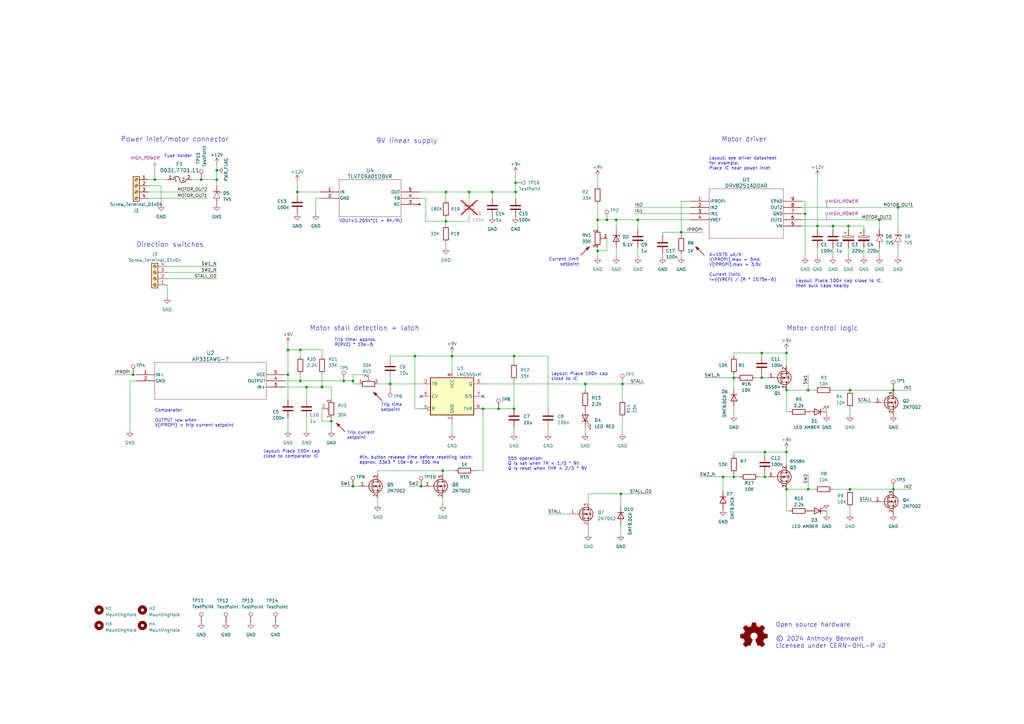
<source format=kicad_sch>
(kicad_sch (version 20230121) (generator eeschema)
  (paper "A3")
  (title_block (title "DC motor driver with stall detection") (date "2024-12-02") (rev "1"))
  (junction (at 88.9 69.85))
  (junction (at 170.18 146.05))
  (junction (at 132.08 158.75))
  (junction (at 54.61 153.67))
  (junction (at 211.455 78.74))
  (junction (at 88.9 73.66))
  (junction (at 182.88 78.74))
  (junction (at 63.5 73.66))
  (junction (at 118.11 153.67))
  (junction (at 240.03 157.48))
  (junction (at 331.47 200.66))
  (junction (at 366.395 160.02))
  (junction (at 300.99 154.94))
  (junction (at 211.455 74.93))
  (junction (at 118.11 143.51))
  (junction (at 181.61 193.04))
  (junction (at 322.58 185.42))
  (junction (at 341.63 92.71))
  (junction (at 198.12 167.64))
  (junction (at 182.88 90.805))
  (junction (at 252.73 90.17))
  (junction (at 248.92 90.17))
  (junction (at 368.3 85.09))
  (junction (at 121.92 78.74))
  (junction (at 335.28 92.71))
  (junction (at 185.42 146.05))
  (junction (at 210.82 167.64))
  (junction (at 296.545 195.58))
  (junction (at 312.42 154.94))
  (junction (at 123.19 156.21))
  (junction (at 82.55 73.66))
  (junction (at 245.11 102.87))
  (junction (at 279.4 95.25))
  (junction (at 160.02 157.48))
  (junction (at 135.89 172.72))
  (junction (at 330.2 87.63))
  (junction (at 144.78 156.21))
  (junction (at 360.68 90.17))
  (junction (at 245.11 90.17))
  (junction (at 331.47 160.02))
  (junction (at 201.93 78.74))
  (junction (at 322.58 144.78))
  (junction (at 322.58 200.66))
  (junction (at 313.69 185.42))
  (junction (at 366.395 200.66))
  (junction (at 204.47 167.64))
  (junction (at 125.73 158.75))
  (junction (at 347.98 92.71))
  (junction (at 348.615 160.02))
  (junction (at 348.615 200.66))
  (junction (at 261.62 90.17))
  (junction (at 312.42 144.78))
  (junction (at 313.69 195.58))
  (junction (at 210.82 146.05))
  (junction (at 255.27 157.48))
  (junction (at 123.19 143.51))
  (junction (at 322.58 160.02))
  (junction (at 172.72 199.39))
  (junction (at 254.635 202.565))
  (junction (at 300.99 195.58))
  (junction (at 140.97 156.21))
  (junction (at 144.78 199.39))
  (junction (at 192.405 78.74))
  (no_connect (at 198.12 162.56))
  (no_connect (at 172.72 162.56))
  (wire (pts (xy 360.68 90.17) (xy 360.68 93.98)))
  (wire (pts (xy 60.96 76.2) (xy 66.04 76.2)))
  (wire (pts (xy 211.455 81.28) (xy 211.455 78.74)))
  (wire (pts (xy 118.11 153.67) (xy 118.11 163.83)))
  (wire (pts (xy 322.58 144.78) (xy 322.58 149.86)))
  (wire (pts (xy 121.92 74.295) (xy 121.92 78.74)))
  (wire (pts (xy 63.5 73.66) (xy 68.58 73.66)))
  (wire (pts (xy 60.96 78.74) (xy 85.09 78.74)))
  (wire (pts (xy 300.99 144.78) (xy 300.99 146.05)))
  (wire (pts (xy 300.99 144.78) (xy 312.42 144.78)))
  (wire (pts (xy 271.78 95.25) (xy 279.4 95.25)))
  (wire (pts (xy 254.635 215.265) (xy 254.635 219.075)))
  (wire (pts (xy 245.11 102.87) (xy 245.11 105.41)))
  (wire (pts (xy 368.3 85.09) (xy 374.65 85.09)))
  (wire (pts (xy 182.88 81.915) (xy 182.88 78.74)))
  (wire (pts (xy 245.11 93.98) (xy 245.11 90.17)))
  (wire (pts (xy 347.98 93.98) (xy 347.98 92.71)))
  (wire (pts (xy 254.635 202.565) (xy 267.335 202.565)))
  (wire (pts (xy 192.405 78.74) (xy 192.405 81.28)))
  (wire (pts (xy 68.58 109.22) (xy 88.9 109.22)))
  (wire (pts (xy 300.99 185.42) (xy 313.69 185.42)))
  (wire (pts (xy 271.78 104.14) (xy 271.78 105.41)))
  (wire (pts (xy 240.03 157.48) (xy 240.03 160.02)))
  (wire (pts (xy 330.2 82.55) (xy 328.93 82.55)))
  (wire (pts (xy 54.61 153.67) (xy 55.88 153.67)))
  (wire (pts (xy 261.62 90.17) (xy 283.21 90.17)))
  (wire (pts (xy 132.08 167.64) (xy 132.08 172.72)))
  (wire (pts (xy 194.31 193.04) (xy 198.12 193.04)))
  (wire (pts (xy 252.73 101.6) (xy 252.73 105.41)))
  (wire (pts (xy 335.28 72.39) (xy 335.28 92.71)))
  (wire (pts (xy 210.82 175.26) (xy 210.82 177.8)))
  (wire (pts (xy 154.94 204.47) (xy 154.94 207.01)))
  (wire (pts (xy 328.93 90.17) (xy 360.68 90.17)))
  (wire (pts (xy 135.89 163.83) (xy 135.89 158.75)))
  (wire (pts (xy 125.73 158.75) (xy 132.08 158.75)))
  (wire (pts (xy 354.33 93.98) (xy 354.33 92.71)))
  (wire (pts (xy 287.02 195.58) (xy 296.545 195.58)))
  (wire (pts (xy 198.12 167.64) (xy 204.47 167.64)))
  (wire (pts (xy 88.9 69.85) (xy 88.9 73.66)))
  (wire (pts (xy 224.79 146.05) (xy 224.79 167.64)))
  (wire (pts (xy 154.94 193.04) (xy 181.61 193.04)))
  (wire (pts (xy 144.78 157.48) (xy 147.32 157.48)))
  (wire (pts (xy 368.3 85.09) (xy 368.3 93.98)))
  (wire (pts (xy 210.82 146.05) (xy 210.82 148.59)))
  (wire (pts (xy 53.34 156.21) (xy 53.34 176.53)))
  (wire (pts (xy 331.47 194.31) (xy 331.47 200.66)))
  (wire (pts (xy 241.3 202.565) (xy 241.3 205.74)))
  (wire (pts (xy 116.84 156.21) (xy 123.19 156.21)))
  (wire (pts (xy 182.88 89.535) (xy 182.88 90.805)))
  (wire (pts (xy 252.73 90.17) (xy 252.73 93.98)))
  (wire (pts (xy 139.7 199.39) (xy 144.78 199.39)))
  (wire (pts (xy 144.78 153.67) (xy 144.78 156.21)))
  (wire (pts (xy 123.19 153.67) (xy 123.19 156.21)))
  (wire (pts (xy 121.92 78.74) (xy 121.92 80.01)))
  (wire (pts (xy 279.4 82.55) (xy 279.4 95.25)))
  (wire (pts (xy 341.63 101.6) (xy 341.63 105.41)))
  (wire (pts (xy 348.615 200.66) (xy 366.395 200.66)))
  (wire (pts (xy 132.08 146.05) (xy 132.08 143.51)))
  (wire (pts (xy 211.455 71.12) (xy 211.455 74.93)))
  (wire (pts (xy 204.47 167.64) (xy 210.82 167.64)))
  (wire (pts (xy 335.28 92.71) (xy 341.63 92.71)))
  (wire (pts (xy 248.92 97.79) (xy 248.92 102.87)))
  (wire (pts (xy 313.69 194.31) (xy 313.69 195.58)))
  (wire (pts (xy 279.4 95.25) (xy 288.29 95.25)))
  (wire (pts (xy 172.72 199.39) (xy 173.99 199.39)))
  (wire (pts (xy 167.64 199.39) (xy 172.72 199.39)))
  (wire (pts (xy 322.58 209.55) (xy 322.58 200.66)))
  (wire (pts (xy 53.34 156.21) (xy 55.88 156.21)))
  (wire (pts (xy 224.79 210.82) (xy 233.68 210.82)))
  (wire (pts (xy 192.405 90.805) (xy 192.405 88.9)))
  (wire (pts (xy 198.12 157.48) (xy 240.03 157.48)))
  (wire (pts (xy 322.58 200.66) (xy 331.47 200.66)))
  (wire (pts (xy 182.88 90.805) (xy 192.405 90.805)))
  (wire (pts (xy 335.28 92.71) (xy 335.28 93.98)))
  (wire (pts (xy 279.4 82.55) (xy 283.21 82.55)))
  (wire (pts (xy 68.58 111.76) (xy 88.9 111.76)))
  (wire (pts (xy 330.2 87.63) (xy 330.2 105.41)))
  (wire (pts (xy 123.19 143.51) (xy 123.19 146.05)))
  (wire (pts (xy 240.03 157.48) (xy 255.27 157.48)))
  (wire (pts (xy 174.625 81.28) (xy 172.085 81.28)))
  (wire (pts (xy 360.68 101.6) (xy 360.68 105.41)))
  (wire (pts (xy 66.04 76.2) (xy 66.04 83.82)))
  (wire (pts (xy 279.4 104.14) (xy 279.4 105.41)))
  (wire (pts (xy 366.395 200.66) (xy 374.015 200.66)))
  (wire (pts (xy 312.42 144.78) (xy 322.58 144.78)))
  (wire (pts (xy 172.085 78.74) (xy 182.88 78.74)))
  (wire (pts (xy 118.11 153.67) (xy 116.84 153.67)))
  (wire (pts (xy 241.3 219.075) (xy 241.3 215.9)))
  (wire (pts (xy 360.68 90.17) (xy 365.76 90.17)))
  (wire (pts (xy 185.42 172.72) (xy 185.42 177.8)))
  (wire (pts (xy 323.85 168.91) (xy 322.58 168.91)))
  (wire (pts (xy 60.96 81.28) (xy 85.09 81.28)))
  (wire (pts (xy 296.545 195.58) (xy 300.99 195.58)))
  (wire (pts (xy 248.92 102.87) (xy 245.11 102.87)))
  (wire (pts (xy 271.78 96.52) (xy 271.78 95.25)))
  (wire (pts (xy 341.63 160.02) (xy 348.615 160.02)))
  (wire (pts (xy 300.99 154.94) (xy 302.26 154.94)))
  (wire (pts (xy 135.89 158.75) (xy 132.08 158.75)))
  (wire (pts (xy 185.42 152.4) (xy 185.42 146.05)))
  (wire (pts (xy 240.03 175.26) (xy 240.03 177.8)))
  (wire (pts (xy 300.99 194.31) (xy 300.99 195.58)))
  (wire (pts (xy 68.58 116.84) (xy 68.58 121.92)))
  (wire (pts (xy 123.19 156.21) (xy 140.97 156.21)))
  (wire (pts (xy 160.02 146.05) (xy 170.18 146.05)))
  (wire (pts (xy 60.96 73.66) (xy 63.5 73.66)))
  (wire (pts (xy 245.11 83.82) (xy 245.11 90.17)))
  (wire (pts (xy 347.98 101.6) (xy 347.98 105.41)))
  (wire (pts (xy 154.94 194.31) (xy 154.94 193.04)))
  (wire (pts (xy 88.9 73.66) (xy 88.9 76.2)))
  (wire (pts (xy 210.82 146.05) (xy 224.79 146.05)))
  (wire (pts (xy 311.15 195.58) (xy 313.69 195.58)))
  (wire (pts (xy 252.73 90.17) (xy 261.62 90.17)))
  (wire (pts (xy 174.625 90.805) (xy 174.625 81.28)))
  (wire (pts (xy 300.99 167.005) (xy 300.99 170.18)))
  (wire (pts (xy 129.54 81.28) (xy 129.54 87.63)))
  (wire (pts (xy 182.88 90.805) (xy 174.625 90.805)))
  (wire (pts (xy 341.63 92.71) (xy 347.98 92.71)))
  (wire (pts (xy 322.58 185.42) (xy 322.58 190.5)))
  (wire (pts (xy 260.35 85.09) (xy 283.21 85.09)))
  (wire (pts (xy 335.28 101.6) (xy 335.28 105.41)))
  (wire (pts (xy 300.99 154.94) (xy 300.99 159.385)))
  (wire (pts (xy 211.455 74.93) (xy 211.455 78.74)))
  (wire (pts (xy 118.11 143.51) (xy 118.11 153.67)))
  (wire (pts (xy 170.18 146.05) (xy 185.42 146.05)))
  (wire (pts (xy 186.69 193.04) (xy 181.61 193.04)))
  (wire (pts (xy 260.35 87.63) (xy 283.21 87.63)))
  (wire (pts (xy 201.93 78.74) (xy 211.455 78.74)))
  (wire (pts (xy 172.72 167.64) (xy 170.18 167.64)))
  (wire (pts (xy 46.99 153.67) (xy 54.61 153.67)))
  (wire (pts (xy 245.11 101.6) (xy 245.11 102.87)))
  (wire (pts (xy 118.11 140.97) (xy 118.11 143.51)))
  (wire (pts (xy 63.5 69.85) (xy 63.5 73.66)))
  (wire (pts (xy 248.92 90.17) (xy 252.73 90.17)))
  (wire (pts (xy 348.615 208.28) (xy 348.615 210.82)))
  (wire (pts (xy 331.47 200.66) (xy 334.01 200.66)))
  (wire (pts (xy 330.2 87.63) (xy 330.2 82.55)))
  (wire (pts (xy 313.69 185.42) (xy 322.58 185.42)))
  (wire (pts (xy 125.73 171.45) (xy 125.73 176.53)))
  (wire (pts (xy 245.11 76.2) (xy 245.11 72.39)))
  (wire (pts (xy 182.88 90.805) (xy 182.88 92.075)))
  (wire (pts (xy 160.02 158.75) (xy 160.02 157.48)))
  (wire (pts (xy 366.395 160.02) (xy 374.015 160.02)))
  (wire (pts (xy 224.79 175.26) (xy 224.79 177.8)))
  (wire (pts (xy 300.99 185.42) (xy 300.99 186.69)))
  (wire (pts (xy 160.02 154.94) (xy 160.02 157.48)))
  (wire (pts (xy 313.69 195.58) (xy 314.96 195.58)))
  (wire (pts (xy 354.33 101.6) (xy 354.33 105.41)))
  (wire (pts (xy 322.58 160.02) (xy 331.47 160.02)))
  (wire (pts (xy 348.615 160.02) (xy 366.395 160.02)))
  (wire (pts (xy 245.11 90.17) (xy 248.92 90.17)))
  (wire (pts (xy 154.94 157.48) (xy 160.02 157.48)))
  (wire (pts (xy 181.61 204.47) (xy 181.61 207.01)))
  (wire (pts (xy 125.73 163.83) (xy 125.73 158.75)))
  (wire (pts (xy 182.88 78.74) (xy 192.405 78.74)))
  (wire (pts (xy 328.93 85.09) (xy 368.3 85.09)))
  (wire (pts (xy 323.85 209.55) (xy 322.58 209.55)))
  (wire (pts (xy 341.63 200.66) (xy 348.615 200.66)))
  (wire (pts (xy 160.02 147.32) (xy 160.02 146.05)))
  (wire (pts (xy 313.69 185.42) (xy 313.69 186.69)))
  (wire (pts (xy 322.58 143.51) (xy 322.58 144.78)))
  (wire (pts (xy 255.27 171.45) (xy 255.27 177.8)))
  (wire (pts (xy 352.425 205.74) (xy 358.775 205.74)))
  (wire (pts (xy 118.11 143.51) (xy 123.19 143.51)))
  (wire (pts (xy 132.08 172.72) (xy 135.89 172.72)))
  (wire (pts (xy 368.3 101.6) (xy 368.3 105.41)))
  (wire (pts (xy 131.445 81.28) (xy 129.54 81.28)))
  (wire (pts (xy 261.62 90.17) (xy 261.62 93.98)))
  (wire (pts (xy 322.58 184.15) (xy 322.58 185.42)))
  (wire (pts (xy 116.84 158.75) (xy 125.73 158.75)))
  (wire (pts (xy 135.89 171.45) (xy 135.89 172.72)))
  (wire (pts (xy 151.13 153.67) (xy 144.78 153.67)))
  (wire (pts (xy 118.11 171.45) (xy 118.11 176.53)))
  (wire (pts (xy 328.93 87.63) (xy 330.2 87.63)))
  (wire (pts (xy 331.47 160.02) (xy 334.01 160.02)))
  (wire (pts (xy 347.98 92.71) (xy 354.33 92.71)))
  (wire (pts (xy 312.42 153.67) (xy 312.42 154.94)))
  (wire (pts (xy 339.09 209.55) (xy 339.09 210.82)))
  (wire (pts (xy 144.78 199.39) (xy 147.32 199.39)))
  (wire (pts (xy 201.93 78.74) (xy 201.93 81.28)))
  (wire (pts (xy 348.615 167.64) (xy 348.615 170.18)))
  (wire (pts (xy 144.78 157.48) (xy 144.78 156.21)))
  (wire (pts (xy 351.79 165.1) (xy 358.775 165.1)))
  (wire (pts (xy 78.74 73.66) (xy 82.55 73.66)))
  (wire (pts (xy 132.08 143.51) (xy 123.19 143.51)))
  (wire (pts (xy 82.55 73.66) (xy 88.9 73.66)))
  (wire (pts (xy 300.99 195.58) (xy 303.53 195.58)))
  (wire (pts (xy 121.92 78.74) (xy 131.445 78.74)))
  (wire (pts (xy 140.97 156.21) (xy 144.78 156.21)))
  (wire (pts (xy 322.58 160.02) (xy 322.58 168.91)))
  (wire (pts (xy 181.61 193.04) (xy 181.61 194.31)))
  (wire (pts (xy 300.99 153.67) (xy 300.99 154.94)))
  (wire (pts (xy 170.18 167.64) (xy 170.18 146.05)))
  (wire (pts (xy 255.27 157.48) (xy 264.16 157.48)))
  (wire (pts (xy 312.42 144.78) (xy 312.42 146.05)))
  (wire (pts (xy 68.58 114.3) (xy 88.9 114.3)))
  (wire (pts (xy 160.02 157.48) (xy 172.72 157.48)))
  (wire (pts (xy 198.12 167.64) (xy 198.12 193.04)))
  (wire (pts (xy 254.635 207.645) (xy 254.635 202.565)))
  (wire (pts (xy 88.9 67.31) (xy 88.9 69.85)))
  (wire (pts (xy 312.42 154.94) (xy 314.96 154.94)))
  (wire (pts (xy 185.42 144.78) (xy 185.42 146.05)))
  (wire (pts (xy 185.42 146.05) (xy 210.82 146.05)))
  (wire (pts (xy 241.3 202.565) (xy 254.635 202.565)))
  (wire (pts (xy 135.89 172.72) (xy 135.89 176.53)))
  (wire (pts (xy 132.08 158.75) (xy 132.08 153.67)))
  (wire (pts (xy 261.62 101.6) (xy 261.62 105.41)))
  (wire (pts (xy 296.545 195.58) (xy 296.545 201.295)))
  (wire (pts (xy 192.405 78.74) (xy 201.93 78.74)))
  (wire (pts (xy 309.88 154.94) (xy 312.42 154.94)))
  (wire (pts (xy 255.27 157.48) (xy 255.27 163.83)))
  (wire (pts (xy 341.63 92.71) (xy 341.63 93.98)))
  (wire (pts (xy 279.4 95.25) (xy 279.4 96.52)))
  (wire (pts (xy 339.09 168.91) (xy 339.09 170.18)))
  (wire (pts (xy 210.82 156.21) (xy 210.82 167.64)))
  (wire (pts (xy 288.925 154.94) (xy 300.99 154.94)))
  (wire (pts (xy 328.93 92.71) (xy 335.28 92.71)))
  (wire (pts (xy 331.47 153.67) (xy 331.47 160.02)))
  (wire (pts (xy 182.88 101.6) (xy 182.88 99.695)))
  (text "9V linear supply" (at 154.305 59.055 0) (effects (font (size 2 2)) (justify left bottom)))
  (text "Layout: see driver datasheet\nfor example.\nPlace IC near power inlet" (at 290.83 69.85 0) (effects (font (size 1.27 1.27)) (justify left bottom)))
  (text "Comparator\n\nOUTPUT low when \nV(IPROPI) > trip current setpoint" (at 63.5 175.26 0) (effects (font (size 1.27 1.27)) (justify left bottom)))
  (text "Current limit\nsetpoint" (at 237.49 109.22 0) (effects (font (size 1.27 1.27)) (justify right bottom)))
  (text "Layout: Place 100n cap\nclose to comparator IC" (at 107.95 187.96 0) (effects (font (size 1.27 1.27)) (justify left bottom)))
  (text "VOUT=1.205V*(1 + Rh/Rl)" (at 139.065 91.44 0) (effects (font (size 1.27 1.27)) (justify left bottom)))
  (text "Layout: Place 100n cap\nclose to IC" (at 226.06 156.21 0) (effects (font (size 1.27 1.27)) (justify left bottom)))
  (text "Trip time\nsetpoint" (at 156.21 168.91 0) (effects (font (size 1.27 1.27)) (justify left bottom)))
  (text "Motor driver" (at 295.91 58.42 0) (effects (font (size 2 2)) (justify left bottom)))
  (text "Power inlet/motor connector\n" (at 49.53 58.42 0) (effects (font (size 2 2)) (justify left bottom)))
  (text "Min. button release time before resetting latch:\napprox. 33e3 * 10e-6 = 330 ms" (at 147.32 190.5 0) (effects (font (size 1.27 1.27)) (justify left bottom)))
  (text "Trip time: approx.\nR(RV2) * 10e-6" (at 137.16 142.24 0) (effects (font (size 1.27 1.27)) (justify left bottom)))
  (text "555 operation:\nQ is set when TR < 1/3 * 9V\nQ is reset when THR > 2/3 * 9V" (at 208.28 193.04 0) (effects (font (size 1.27 1.27)) (justify left bottom)))
  (text "Direction switches" (at 55.88 101.6 0) (effects (font (size 2 2)) (justify left bottom)))
  (text "Open source hardware\n\n© 2024 Anthony Bernaert\nLicensed under CERN-OHL-P v2" (at 318.135 266.065 0) (effects (font (size 1.8 1.8)) (justify left bottom)))
  (text "Motor stall detection + latch" (at 127 135.89 0) (effects (font (size 2 2)) (justify left bottom)))
  (text "Layout: Place 100n cap close to IC,\nthen bulk caps nearby" (at 326.39 118.11 0) (effects (font (size 1.27 1.27)) (justify left bottom)))
  (text "Trip current\nsetpoint" (at 142.24 180.34 0) (effects (font (size 1.27 1.27)) (justify left bottom)))
  (text "Fuse holder" (at 67.31 64.77 0) (effects (font (size 1.27 1.27)) (justify left bottom)))
  (text "A=1575 uA/A\nI(IPROPI),max = 3mA\nV(IPROPI),max = 3,5V\n\nCurrent limit:\nI=V(VREF) / (R * 1575e-6)" (at 290.83 115.57 0) (effects (font (size 1.27 1.27)) (justify left bottom)))
  (text "Motor control logic" (at 322.58 135.89 0) (effects (font (size 2 2)) (justify left bottom)))
  (label "IN2" (at 374.015 200.66 180))
  (label "STALL" (at 264.16 157.48 180))
  (label "SW1_N" (at 288.925 154.94 0))
  (label "MOTOR_OUT2" (at 365.76 90.17 180))
  (label "STALL" (at 352.425 205.74 0))
  (label "IN2" (at 260.35 85.09 0))
  (label "STALL" (at 224.79 210.82 0))
  (label "IPROPI" (at 288.29 95.25 180))
  (label "IN1" (at 374.015 160.02 180))
  (label "SW1" (at 139.7 199.39 0))
  (label "SW2" (at 331.47 194.31 270))
  (label "STALL" (at 351.79 165.1 0))
  (label "IPROPI" (at 46.99 153.67 0))
  (label "MOTOR_OUT2" (at 85.09 78.74 180))
  (label "SW1_N" (at 88.9 109.22 180))
  (label "STALL_OD" (at 88.9 114.3 180))
  (label "SW2_N" (at 287.02 195.58 0))
  (label "STALL_OD" (at 267.335 202.565 180))
  (label "IN1" (at 260.35 87.63 0))
  (label "SW1" (at 331.47 153.67 270))
  (label "SW2_N" (at 88.9 111.76 180))
  (label "SW2" (at 167.64 199.39 0))
  (label "MOTOR_OUT1" (at 85.09 81.28 180))
  (label "MOTOR_OUT1" (at 374.65 85.09 180))
  (netclass_flag "" (length 2.54) (shape round) (at 63.5 69.85 0) (property "Netclass" "HIGH_POWER" (at 53.34 64.77 0) (effects (font italic) (justify left))))
  (netclass_flag "" (length 2.54) (shape round) (at 339.09 90.17 0) (property "Netclass" "HIGH_POWER" (at 339.7885 87.63 0) (effects (font italic) (justify left))))
  (netclass_flag "" (length 2.54) (shape round) (at 339.09 85.09 0) (property "Netclass" "HIGH_POWER" (at 339.7885 82.55 0) (effects (font italic) (justify left))))
  (symbol (lib_id "Device:C") (at 271.78 100.33 0) (unit 1)
    (property "Reference" "C17" (at 273.05 102.87 0) (effects (justify left)))
    (property "Value" "100n" (at 273.05 105.41 0) (effects (justify left)))
    (property "Footprint" "Capacitor_SMD:C_1206_3216Metric" (effects hide))
  )
  (symbol (lib_id "power:+9V") (at 211.455 71.12 0) (unit 1)
    (property "Reference" "#PWR048" (effects hide))
    (property "Value" "+9V" (at 211.455 67.31 0))
  )
  (symbol (lib_id "power:+12V") (at 335.28 72.39 0) (unit 1)
    (property "Reference" "#PWR04" (effects hide))
    (property "Value" "+12V" (at 335.28 68.58 0))
  )
  (symbol (lib_id "Transistor_FET:2N7002") (at 363.855 165.1 0) (unit 1)
    (property "Reference" "Q2" (at 370.205 164.465 0) (effects (justify left)))
    (property "Value" "2N7002" (at 370.205 167.005 0) (effects (justify left)))
    (property "Footprint" "Package_TO_SOT_SMD:SOT-23" (effects hide))
    (property "Datasheet" "https://www.onsemi.com/pub/Collateral/NDS7002A-D.PDF" (effects hide))
    (property "LCSC" "C65189" (effects hide))
  )
  (symbol (lib_id "power:GND") (at 118.11 176.53 0) (unit 1)
    (property "Reference" "#PWR025" (effects hide))
    (property "Value" "GND" (at 118.11 181.61 0))
  )
  (symbol (lib_id "Device:R") (at 337.82 160.02 90) (unit 1)
    (property "Reference" "R3" (at 337.82 154.94 90))
    (property "Value" "10K" (at 337.82 157.48 90))
    (property "Footprint" "Resistor_SMD:R_0603_1608Metric" (effects hide))
  )
  (symbol (lib_id "power:GND") (at 360.68 105.41 0) (unit 1)
    (property "Reference" "#PWR052" (effects hide))
    (property "Value" "GND" (at 360.68 110.49 0))
  )
  (symbol (lib_id "power:GND") (at 348.615 210.82 0) (unit 1)
    (property "Reference" "#PWR020" (effects hide))
    (property "Value" "GND" (at 348.615 215.9 0))
  )
  (symbol (lib_id "power:GND") (at 82.55 255.27 0) (unit 1)
    (property "Reference" "#PWR035" (effects hide))
    (property "Value" "GND" (at 82.55 260.35 0))
  )
  (symbol (lib_id "Device:R") (at 210.82 152.4 0) (unit 1)
    (property "Reference" "R12" (at 213.36 151.765 0) (effects (justify left)))
    (property "Value" "33K" (at 213.36 154.305 0) (effects (justify left)))
    (property "Footprint" "Resistor_SMD:R_0603_1608Metric" (effects hide))
  )
  (symbol (lib_id "power:GND") (at 335.28 105.41 0) (unit 1)
    (property "Reference" "#PWR014" (effects hide))
    (property "Value" "GND" (at 335.28 110.49 0))
  )
  (symbol (lib_id "power:GND") (at 261.62 105.41 0) (unit 1)
    (property "Reference" "#PWR039" (effects hide))
    (property "Value" "GND" (at 261.62 110.49 0))
  )
  (symbol (lib_id "power:GND") (at 368.3 105.41 0) (unit 1)
    (property "Reference" "#PWR053" (effects hide))
    (property "Value" "GND" (at 368.3 110.49 0))
  )
  (symbol (lib_id "Device:C") (at 201.93 85.09 0) (unit 1)
    (property "Reference" "C14" (at 203.2 87.63 0) (effects (justify left)))
    (property "Value" "1u" (at 203.2 90.17 0) (effects (justify left)))
    (property "Footprint" "Capacitor_SMD:C_1206_3216Metric" (effects hide))
  )
  (symbol (lib_id "Device:R") (at 337.82 200.66 90) (unit 1)
    (property "Reference" "R8" (at 337.82 194.31 90))
    (property "Value" "10K" (at 337.82 196.85 90))
    (property "Footprint" "Resistor_SMD:R_0603_1608Metric" (effects hide))
  )
  (symbol (lib_id "Device:R") (at 123.19 149.86 0) (unit 1)
    (property "Reference" "R20" (at 125.73 147.32 0) (effects (justify left)))
    (property "Value" "2.2K" (at 125.73 149.86 0) (effects (justify left)))
    (property "Footprint" "Resistor_SMD:R_0603_1608Metric" (effects hide))
  )
  (symbol (lib_id "Connector:Screw_Terminal_01x04") (at 55.88 76.2 0) (mirror y) (unit 1)
    (property "Reference" "J1" (at 55.88 86.36 0))
    (property "Value" "Screw_Terminal_01x04" (at 55.88 83.82 0))
    (property "Footprint" "TerminalBlock_Phoenix:TerminalBlock_Phoenix_MKDS-1,5-4-5.08_1x04_P5.08mm_Horizontal" (effects hide))
  )
  (symbol (lib_id "Diode:1N4148W") (at 296.545 205.105 270) (unit 1)
    (property "Reference" "D7" (at 297.815 202.565 90) (effects (justify left)))
    (property "Value" "SMF9.0CA" (at 300.355 203.835 0) (effects (justify left)))
    (property "Footprint" "Diode_SMD:D_SOD-123" (effects hide))
    (property "Datasheet" "https://www.vishay.com/docs/85748/1n4148w.pdf" (effects hide))
    (property "Sim.Device" "D" (effects hide))
    (property "Sim.Pins" "1=K 2=A" (effects hide))
    (property "LCSC" "C19077504" (effects hide))
  )
  (symbol (lib_id "power:+9V") (at 245.11 72.39 0) (unit 1)
    (property "Reference" "#PWR03" (effects hide))
    (property "Value" "+9V" (at 245.11 68.58 0))
  )
  (symbol (lib_id "Device:R_Potentiometer_Trim") (at 151.13 157.48 90) (unit 1)
    (property "Reference" "RV2" (at 148.59 152.4 90) (effects (justify right)))
    (property "Value" "30K" (at 148.59 149.86 90) (effects (justify right)))
    (property "Footprint" "Potentiometer_SMD:Potentiometer_Bourns_TC33X_Vertical" (effects hide))
    (property "LCSC" "C6331330" (effects hide))
  )
  (symbol (lib_id "Device:R") (at 306.07 154.94 90) (unit 1)
    (property "Reference" "R16" (at 306.07 157.48 90))
    (property "Value" "10K" (at 306.07 160.02 90))
    (property "Footprint" "Resistor_SMD:R_0603_1608Metric" (effects hide))
  )
  (symbol (lib_id "Graphic:SYM_Arrow45_Normal") (at 240.03 102.87 90) (unit 1) (in_bom no) (on_board no)
    (property "Reference" "#SYM1" (effects hide))
    (property "Value" "SYM_Arrow45_Normal" (effects hide))
    (property "Sim.Enable" "0" (effects hide))
  )
  (symbol (lib_id "Device:R") (at 182.88 95.885 180) (unit 1)
    (property "Reference" "R18" (at 188.595 95.885 0) (effects (justify left)))
    (property "Value" "33K" (at 180.34 95.885 0) (effects (justify left)))
    (property "Footprint" "Resistor_SMD:R_0603_1608Metric" (effects hide))
  )
  (symbol (lib_id "power:GND") (at 279.4 105.41 0) (unit 1)
    (property "Reference" "#PWR012" (effects hide))
    (property "Value" "GND" (at 279.4 110.49 0))
  )
  (symbol (lib_id "power:+9V") (at 185.42 144.78 0) (unit 1)
    (property "Reference" "#PWR022" (effects hide))
    (property "Value" "+9V" (at 185.42 140.97 0))
  )
  (symbol (lib_id "power:GND") (at 181.61 207.01 0) (unit 1)
    (property "Reference" "#PWR034" (effects hide))
    (property "Value" "GND" (at 181.61 212.09 0))
  )
  (symbol (lib_id "Connector:TestPoint") (at 172.72 199.39 0) (unit 1)
    (property "Reference" "TP10" (at 173.99 195.58 0) (effects (justify left)))
    (property "Value" "TestPoint" (effects hide))
    (property "Footprint" "TestPoint:TestPoint_Pad_D1.5mm" (effects hide))
  )
  (symbol (lib_id "Connector:TestPoint") (at 82.55 73.66 0) (unit 1)
    (property "Reference" "TP15" (at 81.28 67.31 90) (effects (justify left)))
    (property "Value" "TestPoint" (at 83.82 68.58 90) (effects (justify left)))
    (property "Footprint" "Connector_Pin:Pin_D1.0mm_L10.0mm" (effects hide))
  )
  (symbol (lib_id "Device:R") (at 300.99 190.5 0) (unit 1)
    (property "Reference" "R7" (at 303.53 189.23 0) (effects (justify left)))
    (property "Value" "10K" (at 294.64 190.5 0) (effects (justify left)))
    (property "Footprint" "Resistor_SMD:R_0603_1608Metric" (effects hide))
  )
  (symbol (lib_id "Connector:TestPoint") (at 160.02 158.75 180) (unit 1)
    (property "Reference" "TP6" (at 165.1 162.56 0) (effects (justify left)))
    (property "Value" "TestPoint" (effects hide))
    (property "Footprint" "TestPoint:TestPoint_Pad_D1.5mm" (effects hide))
  )
  (symbol (lib_id "Device:LED") (at 335.28 168.91 180) (unit 1)
    (property "Reference" "D1" (at 334.01 172.72 0))
    (property "Value" "LED AMBER" (at 330.835 175.26 0))
    (property "Footprint" "LED_SMD:LED_0603_1608Metric" (effects hide))
    (property "LCSC" "C5656657" (effects hide))
  )
  (symbol (lib_id "Device:C") (at 121.92 83.82 0) (unit 1)
    (property "Reference" "C13" (at 113.665 82.55 0) (effects (justify left)))
    (property "Value" "100n" (at 113.665 85.09 0) (effects (justify left)))
    (property "Footprint" "Capacitor_SMD:C_1206_3216Metric" (effects hide))
  )
  (symbol (lib_id "DRV8251A:DRV8251ADDAR") (at 283.21 82.55 0) (unit 1)
    (property "Reference" "U1" (at 306.07 73.66 0) (effects (font (size 1.524 1.524))))
    (property "Value" "DRV8251ADDAR" (at 306.07 76.2 0) (effects (font (size 1.524 1.524))))
    (property "Footprint" "SOIC8_DDA_TEX" (effects hide))
    (property "Datasheet" "DRV8251ADDAR" (effects hide))
    (property "LCSC" "C5218844" (effects hide))
  )
  (symbol (lib_id "Device:D_Zener") (at 252.73 97.79 270) (unit 1)
    (property "Reference" "D2" (at 255.27 97.155 90) (effects (justify left)))
    (property "Value" "5.1V" (at 255.27 100.33 90) (effects (justify left)))
    (property "Footprint" "Diode_SMD:D_SOD-123" (effects hide))
    (property "Ordercode" "MMSZ4689-TP" (effects hide))
    (property "LCSC" "C85181" (effects hide))
  )
  (symbol (lib_id "power:GND") (at 224.79 177.8 0) (unit 1)
    (property "Reference" "#PWR030" (effects hide))
    (property "Value" "GND" (at 224.79 182.88 0))
  )
  (symbol (lib_id "power:+9V") (at 118.11 140.97 0) (unit 1)
    (property "Reference" "#PWR023" (effects hide))
    (property "Value" "+9V" (at 118.11 137.16 0))
  )
  (symbol (lib_id "Diode:1N4148W") (at 254.635 211.455 270) (unit 1)
    (property "Reference" "D10" (at 255.905 208.915 90) (effects (justify left)))
    (property "Value" "SMF9.0CA" (at 258.445 210.185 0) (effects (justify left)))
    (property "Footprint" "Diode_SMD:D_SOD-123" (effects hide))
    (property "Datasheet" "https://www.vishay.com/docs/85748/1n4148w.pdf" (effects hide))
    (property "Sim.Device" "D" (effects hide))
    (property "Sim.Pins" "1=K 2=A" (effects hide))
    (property "LCSC" "C19077504" (effects hide))
  )
  (symbol (lib_id "Connector:TestPoint") (at 255.27 157.48 0) (unit 1)
    (property "Reference" "TP7" (at 256.54 153.67 0) (effects (justify left)))
    (property "Value" "TestPoint" (effects hide))
    (property "Footprint" "TestPoint:TestPoint_Pad_D1.5mm" (effects hide))
  )
  (symbol (lib_id "power:GND") (at 211.455 88.9 0) (unit 1)
    (property "Reference" "#PWR047" (effects hide))
    (property "Value" "GND" (at 211.455 93.98 0))
  )
  (symbol (lib_id "power:GND") (at 240.03 177.8 0) (unit 1)
    (property "Reference" "#PWR031" (effects hide))
    (property "Value" "GND" (at 240.03 182.88 0))
  )
  (symbol (lib_id "power:GND") (at 129.54 87.63 0) (unit 1)
    (property "Reference" "#PWR041" (effects hide))
    (property "Value" "GND" (at 129.54 92.71 0))
  )
  (symbol (lib_id "Device:C_Polarized") (at 354.33 97.79 0) (unit 1)
    (property "Reference" "C4" (at 355.6 100.33 0) (effects (justify left)))
    (property "Value" "220u" (at 355.6 102.87 0) (effects (justify left)))
    (property "Footprint" "Capacitor_SMD:CP_Elec_8x10" (effects hide))
    (property "LCSC" "C278406" (effects hide))
  )
  (symbol (lib_id "Device:C") (at 118.11 167.64 0) (unit 1)
    (property "Reference" "C5" (at 111.76 168.91 0) (effects (justify left)))
    (property "Value" "100n" (at 111.76 171.45 0) (effects (justify left)))
    (property "Footprint" "Capacitor_SMD:C_1206_3216Metric" (effects hide))
  )
  (symbol (lib_id "power:GND") (at 245.11 105.41 0) (unit 1)
    (property "Reference" "#PWR010" (effects hide))
    (property "Value" "GND" (at 245.11 110.49 0))
  )
  (symbol (lib_id "Connector:TestPoint") (at 54.61 153.67 0) (unit 1)
    (property "Reference" "TP4" (at 55.88 149.86 0) (effects (justify left)))
    (property "Value" "TestPoint" (effects hide))
    (property "Footprint" "TestPoint:TestPoint_Pad_D1.5mm" (effects hide))
  )
  (symbol (lib_id "Connector:TestPoint") (at 82.55 255.27 0) (unit 1)
    (property "Reference" "TP11" (at 78.74 246.253 0) (effects (justify left)))
    (property "Value" "TestPoint" (at 78.74 248.793 0) (effects (justify left)))
    (property "Footprint" "Connector_Pin:Pin_D1.0mm_L10.0mm" (effects hide))
  )
  (symbol (lib_id "Graphic:SYM_Arrow45_Normal") (at 139.7 175.26 180) (unit 1) (in_bom no) (on_board no)
    (property "Reference" "#SYM4" (effects hide))
    (property "Value" "SYM_Arrow45_Normal" (effects hide))
    (property "Sim.Enable" "0" (effects hide))
  )
  (symbol (lib_id "Device:R") (at 348.615 163.83 0) (unit 1)
    (property "Reference" "R4" (at 342.8955 162.6717 0) (effects (justify left)))
    (property "Value" "10K" (at 342.8955 165.2117 0) (effects (justify left)))
    (property "Footprint" "Resistor_SMD:R_0603_1608Metric" (effects hide))
  )
  (symbol (lib_id "power:GND") (at 366.395 170.18 0) (unit 1)
    (property "Reference" "#PWR08" (effects hide))
    (property "Value" "GND" (at 366.395 175.26 0))
  )
  (symbol (lib_id "Transistor_FET:2N7002") (at 238.76 210.82 0) (unit 1)
    (property "Reference" "Q7" (at 245.11 210.185 0) (effects (justify left)))
    (property "Value" "2N7002" (at 245.11 212.725 0) (effects (justify left)))
    (property "Footprint" "Package_TO_SOT_SMD:SOT-23" (effects hide))
    (property "Datasheet" "https://www.onsemi.com/pub/Collateral/NDS7002A-D.PDF" (effects hide))
    (property "LCSC" "C65189" (effects hide))
  )
  (symbol (lib_id "power:GND") (at 254.635 219.075 0) (unit 1)
    (property "Reference" "#PWR042" (effects hide))
    (property "Value" "GND" (at 254.635 224.155 0))
  )
  (symbol (lib_id "Device:R") (at 190.5 193.04 90) (unit 1)
    (property "Reference" "R15" (at 190.5 195.58 90))
    (property "Value" "1K" (at 190.5 190.5 90))
    (property "Footprint" "Resistor_SMD:R_0603_1608Metric" (effects hide))
  )
  (symbol (lib_id "Connector:TestPoint") (at 211.455 74.93 270) (unit 1)
    (property "Reference" "TP16" (at 216.535 74.93 90) (effects (justify left)))
    (property "Value" "TestPoint" (at 212.725 77.47 90) (effects (justify left)))
    (property "Footprint" "Connector_Pin:Pin_D1.0mm_L10.0mm" (effects hide))
  )
  (symbol (lib_id "power:GND") (at 88.9 83.82 0) (unit 1)
    (property "Reference" "#PWR050" (effects hide))
    (property "Value" "GND" (at 88.9 88.9 0))
  )
  (symbol (lib_id "Transistor_FET:2N7002") (at 152.4 199.39 0) (unit 1)
    (property "Reference" "Q5" (at 158.75 198.755 0) (effects (justify left)))
    (property "Value" "2N7002" (at 158.75 201.295 0) (effects (justify left)))
    (property "Footprint" "Package_TO_SOT_SMD:SOT-23" (effects hide))
    (property "Datasheet" "https://www.onsemi.com/pub/Collateral/NDS7002A-D.PDF" (effects hide))
    (property "LCSC" "C65189" (effects hide))
  )
  (symbol (lib_id "Connector:TestPoint") (at 204.47 167.64 0) (unit 1)
    (property "Reference" "TP8" (at 205.74 163.83 0) (effects (justify left)))
    (property "Value" "TestPoint" (effects hide))
    (property "Footprint" "TestPoint:TestPoint_Pad_D1.5mm" (effects hide))
  )
  (symbol (lib_id "power:+12V") (at 88.9 67.31 0) (unit 1)
    (property "Reference" "#PWR02" (effects hide))
    (property "Value" "+12V" (at 88.9 63.5 0))
  )
  (symbol (lib_id "Device:R") (at 300.99 149.86 0) (unit 1)
    (property "Reference" "R1" (at 302.895 149.86 0) (effects (justify left)))
    (property "Value" "10K" (at 294.64 149.86 0) (effects (justify left)))
    (property "Footprint" "Resistor_SMD:R_0603_1608Metric" (effects hide))
  )
  (symbol (lib_id "power:GND") (at 341.63 105.41 0) (unit 1)
    (property "Reference" "#PWR015" (effects hide))
    (property "Value" "GND" (at 341.63 110.49 0))
  )
  (symbol (lib_id "Device:C") (at 224.79 171.45 0) (unit 1)
    (property "Reference" "C8" (at 228.6 170.815 0) (effects (justify left)))
    (property "Value" "100n" (at 228.6 173.355 0) (effects (justify left)))
    (property "Footprint" "Capacitor_SMD:C_1206_3216Metric" (effects hide))
  )
  (symbol (lib_id "Mechanical:MountingHole") (at 58.42 256.54 0) (unit 1)
    (property "Reference" "H4" (at 60.96 255.905 0) (effects (justify left)))
    (property "Value" "MountingHole" (at 60.96 258.445 0) (effects (justify left)))
    (property "Footprint" "MountingHole:MountingHole_3.5mm" (effects hide))
  )
  (symbol (lib_id "Device:C") (at 341.63 97.79 0) (unit 1)
    (property "Reference" "C2" (at 342.9 100.33 0) (effects (justify left)))
    (property "Value" "1u" (at 342.9 102.87 0) (effects (justify left)))
    (property "Footprint" "Capacitor_SMD:C_1206_3216Metric" (effects hide))
  )
  (symbol (lib_id "Diode:1N4148W") (at 300.99 163.195 270) (unit 1)
    (property "Reference" "D6" (at 295.91 160.655 90) (effects (justify left)))
    (property "Value" "SMF9.0CA" (at 297.18 161.925 0) (effects (justify left)))
    (property "Footprint" "Diode_SMD:D_SOD-123" (effects hide))
    (property "Datasheet" "https://www.vishay.com/docs/85748/1n4148w.pdf" (effects hide))
    (property "Sim.Device" "D" (effects hide))
    (property "Sim.Pins" "1=K 2=A" (effects hide))
    (property "LCSC" "C19077504" (effects hide))
  )
  (symbol (lib_id "Connector:TestPoint") (at 113.03 255.27 0) (unit 1)
    (property "Reference" "TP14" (at 109.22 246.38 0) (effects (justify left)))
    (property "Value" "TestPoint" (at 109.22 248.92 0) (effects (justify left)))
    (property "Footprint" "Connector_Pin:Pin_D1.0mm_L10.0mm" (effects hide))
  )
  (symbol (lib_id "power:GND") (at 53.34 176.53 0) (unit 1)
    (property "Reference" "#PWR024" (effects hide))
    (property "Value" "GND" (at 53.34 181.61 0))
  )
  (symbol (lib_id "Device:C") (at 192.405 85.09 0) (unit 1) (in_bom no) (dnp yes)
    (property "Reference" "C16" (at 193.675 87.63 0) (effects (justify left)))
    (property "Value" "100n" (at 193.675 90.17 0) (effects (justify left)))
    (property "Footprint" "Capacitor_SMD:C_0603_1608Metric" (effects hide))
  )
  (symbol (lib_id "Device:C") (at 125.73 167.64 0) (unit 1)
    (property "Reference" "C10" (at 127 170.18 0) (effects (justify left)))
    (property "Value" "1u" (at 127 172.72 0) (effects (justify left)))
    (property "Footprint" "Capacitor_SMD:C_1206_3216Metric" (effects hide))
  )
  (symbol (lib_id "power:GND") (at 347.98 105.41 0) (unit 1)
    (property "Reference" "#PWR016" (effects hide))
    (property "Value" "GND" (at 347.98 110.49 0))
  )
  (symbol (lib_id "Transistor_FET:BSS84") (at 320.04 154.94 0) (mirror x) (unit 1)
    (property "Reference" "Q1" (at 317.5 161.29 0) (effects (justify left)))
    (property "Value" "BSS84" (at 313.69 158.75 0) (effects (justify left)))
    (property "Footprint" "Package_TO_SOT_SMD:SOT-23" (effects hide))
    (property "Datasheet" "http://assets.nexperia.com/documents/data-sheet/BSS84.pdf" (effects hide))
    (property "LCSC" "C82079" (effects hide))
  )
  (symbol (lib_id "Device:R") (at 327.66 168.91 90) (unit 1)
    (property "Reference" "R5" (at 327.66 163.83 90))
    (property "Value" "2.2k" (at 327.66 166.37 90))
    (property "Footprint" "Resistor_SMD:R_0603_1608Metric" (effects hide))
  )
  (symbol (lib_id "power:GND") (at 182.88 101.6 0) (unit 1)
    (property "Reference" "#PWR045" (effects hide))
    (property "Value" "GND" (at 182.88 106.68 0))
  )
  (symbol (lib_id "Device:C_Polarized") (at 347.98 97.79 0) (unit 1)
    (property "Reference" "C3" (at 349.25 100.33 0) (effects (justify left)))
    (property "Value" "220u" (at 349.25 102.87 0) (effects (justify left)))
    (property "Footprint" "Capacitor_SMD:CP_Elec_8x10" (effects hide))
    (property "LCSC" "C278406" (effects hide))
  )
  (symbol (lib_id "power:GND") (at 154.94 207.01 0) (unit 1)
    (property "Reference" "#PWR033" (effects hide))
    (property "Value" "GND" (at 154.94 212.09 0))
  )
  (symbol (lib_id "power:PWR_FLAG") (at 88.9 69.85 270) (unit 1)
    (property "Reference" "#FLG01" (effects hide))
    (property "Value" "PWR_FLAG" (at 92.71 64.77 0) (effects (justify left)))
  )
  (symbol (lib_id "Mechanical:MountingHole") (at 40.64 256.54 0) (unit 1)
    (property "Reference" "H3" (at 43.18 255.905 0) (effects (justify left)))
    (property "Value" "MountingHole" (at 43.18 258.445 0) (effects (justify left)))
    (property "Footprint" "MountingHole:MountingHole_3.5mm" (effects hide))
  )
  (symbol (lib_id "power:GND") (at 68.58 121.92 0) (unit 1)
    (property "Reference" "#PWR018" (effects hide))
    (property "Value" "GND" (at 68.58 127 0))
  )
  (symbol (lib_id "power:GND") (at 121.92 87.63 0) (unit 1)
    (property "Reference" "#PWR043" (effects hide))
    (property "Value" "GND" (at 121.92 92.71 0))
  )
  (symbol (lib_id "Graphic:SYM_Arrow45_Normal") (at 154.94 162.56 180) (unit 1) (in_bom no) (on_board no)
    (property "Reference" "#SYM3" (effects hide))
    (property "Value" "SYM_Arrow45_Normal" (effects hide))
    (property "Sim.Enable" "0" (effects hide))
  )
  (symbol (lib_id "power:GND") (at 330.2 105.41 0) (unit 1)
    (property "Reference" "#PWR013" (effects hide))
    (property "Value" "GND" (at 330.2 110.49 0))
  )
  (symbol (lib_id "Transistor_FET:2N7002") (at 179.07 199.39 0) (unit 1)
    (property "Reference" "Q6" (at 185.42 198.755 0) (effects (justify left)))
    (property "Value" "2N7002" (at 185.42 201.295 0) (effects (justify left)))
    (property "Footprint" "Package_TO_SOT_SMD:SOT-23" (effects hide))
    (property "Datasheet" "https://www.onsemi.com/pub/Collateral/NDS7002A-D.PDF" (effects hide))
    (property "LCSC" "C65189" (effects hide))
  )
  (symbol (lib_id "power:GND") (at 102.87 255.27 0) (unit 1)
    (property "Reference" "#PWR037" (effects hide))
    (property "Value" "GND" (at 102.87 260.35 0))
  )
  (symbol (lib_id "P4SMAJ18A:CLD-Diode") (at 368.3 97.79 270) (unit 1)
    (property "Reference" "D9" (at 370.84 97.028 90) (effects (justify left)))
    (property "Value" "TVS" (at 370.84 99.568 90) (effects (justify left)))
    (property "Footprint" "P4SMAJ18A:P25_DO-214AC_SMA" (effects hide))
    (property "Datasheet" "https://diotec.com/de/produktliste/C.html" (effects hide))
    (property "LCSC" "C1974908" (effects hide))
  )
  (symbol (lib_id "Connector:TestPoint") (at 144.78 199.39 0) (unit 1)
    (property "Reference" "TP9" (at 146.05 195.58 0) (effects (justify left)))
    (property "Value" "TestPoint" (effects hide))
    (property "Footprint" "TestPoint:TestPoint_Pad_D1.5mm" (effects hide))
  )
  (symbol (lib_id "power:GND") (at 185.42 177.8 0) (unit 1)
    (property "Reference" "#PWR028" (effects hide))
    (property "Value" "GND" (at 185.42 182.88 0))
  )
  (symbol (lib_id "Device:R_Potentiometer_Trim") (at 245.11 97.79 0) (unit 1)
    (property "Reference" "RV1" (at 242.57 96.52 0) (effects (justify right)))
    (property "Value" "30K" (at 242.57 99.06 0) (effects (justify right)))
    (property "Footprint" "Potentiometer_SMD:Potentiometer_Bourns_TC33X_Vertical" (effects hide))
    (property "LCSC" "C6331330" (effects hide))
  )
  (symbol (lib_id "Device:R") (at 348.615 204.47 0) (unit 1)
    (property "Reference" "R9" (at 343.3433 203.3386 0) (effects (justify left)))
    (property "Value" "10K" (at 343.3433 205.8786 0) (effects (justify left)))
    (property "Footprint" "Resistor_SMD:R_0603_1608Metric" (effects hide))
  )
  (symbol (lib_id "Connector:TestPoint") (at 102.87 255.27 0) (unit 1)
    (property "Reference" "TP13" (at 99.06 246.38 0) (effects (justify left)))
    (property "Value" "TestPoint" (at 99.06 248.92 0) (effects (justify left)))
    (property "Footprint" "Connector_Pin:Pin_D1.0mm_L10.0mm" (effects hide))
  )
  (symbol (lib_id "Timer:LMC555xM") (at 185.42 162.56 0) (unit 1)
    (property "Reference" "U3" (at 187.3759 151.13 0) (effects (justify left)))
    (property "Value" "LMC555xM" (at 187.3759 153.67 0) (effects (justify left)))
    (property "Footprint" "Package_SO:SOIC-8_3.9x4.9mm_P1.27mm" (effects hide))
    (property "Datasheet" "http://www.ti.com/lit/ds/symlink/lmc555.pdf" (effects hide))
    (property "LCSC" "C90760" (effects hide))
  )
  (symbol (lib_id "power:GND") (at 66.04 83.82 0) (unit 1)
    (property "Reference" "#PWR05" (effects hide))
    (property "Value" "GND" (at 66.04 88.9 0))
  )
  (symbol (lib_id "power:GND") (at 348.615 170.18 0) (unit 1)
    (property "Reference" "#PWR07" (effects hide))
    (property "Value" "GND" (at 348.615 175.26 0))
  )
  (symbol (lib_id "Device:R") (at 327.66 209.55 90) (unit 1)
    (property "Reference" "R10" (at 327.66 204.47 90))
    (property "Value" "2.2k" (at 327.66 207.01 90))
    (property "Footprint" "Resistor_SMD:R_0603_1608Metric" (effects hide))
  )
  (symbol (lib_id "Device:C") (at 313.69 190.5 0) (unit 1)
    (property "Reference" "C12" (at 316.23 187.96 0) (effects (justify left)))
    (property "Value" "100n" (at 316.23 190.5 0) (effects (justify left)))
    (property "Footprint" "Capacitor_SMD:C_1206_3216Metric" (effects hide))
  )
  (symbol (lib_id "Device:R") (at 245.11 80.01 0) (unit 1)
    (property "Reference" "R2" (at 238.76 78.74 0) (effects (justify left)))
    (property "Value" "33K" (at 238.76 81.28 0) (effects (justify left)))
    (property "Footprint" "Resistor_SMD:R_0603_1608Metric" (effects hide))
  )
  (symbol (lib_id "P4SMAJ18A:CLD-Diode") (at 88.9 80.01 270) (unit 1)
    (property "Reference" "D5" (at 91.44 79.248 90) (effects (justify left)))
    (property "Value" "TVS" (at 91.44 81.788 90) (effects (justify left)))
    (property "Footprint" "P4SMAJ18A:P25_DO-214AC_SMA" (effects hide))
    (property "Datasheet" "https://diotec.com/de/produktliste/C.html" (effects hide))
    (property "LCSC" "C1974908" (effects hide))
  )
  (symbol (lib_id "Connector:TestPoint") (at 140.97 156.21 0) (unit 1)
    (property "Reference" "TP5" (at 139.2224 150.9217 0) (effects (justify left)))
    (property "Value" "TestPoint" (effects hide))
    (property "Footprint" "TestPoint:TestPoint_Pad_D1.5mm" (effects hide))
  )
  (symbol (lib_id "power:GND") (at 135.89 176.53 0) (unit 1)
    (property "Reference" "#PWR026" (effects hide))
    (property "Value" "GND" (at 135.89 181.61 0))
  )
  (symbol (lib_id "Connector:Screw_Terminal_01x04") (at 63.5 114.3 180) (unit 1)
    (property "Reference" "J2" (at 63.5 104.14 0))
    (property "Value" "Screw_Terminal_01x04" (at 63.5 106.68 0))
    (property "Footprint" "TerminalBlock_Phoenix:TerminalBlock_Phoenix_MKDS-1,5-4-5.08_1x04_P5.08mm_Horizontal" (effects hide))
  )
  (symbol (lib_id "power:+9V") (at 322.58 143.51 0) (unit 1)
    (property "Reference" "#PWR09" (effects hide))
    (property "Value" "+9V" (at 322.58 139.7 0))
  )
  (symbol (lib_id "Device:C") (at 335.28 97.79 0) (unit 1)
    (property "Reference" "C1" (at 336.55 100.33 0) (effects (justify left)))
    (property "Value" "100n" (at 336.55 102.87 0) (effects (justify left)))
    (property "Footprint" "Capacitor_SMD:C_1206_3216Metric" (effects hide))
  )
  (symbol (lib_id "Device:R") (at 132.08 149.86 0) (unit 1)
    (property "Reference" "R11" (at 134.62 147.32 0) (effects (justify left)))
    (property "Value" "33K" (at 134.62 149.86 0) (effects (justify left)))
    (property "Footprint" "Resistor_SMD:R_0603_1608Metric" (effects hide))
  )
  (symbol (lib_id "power:+9V") (at 322.58 184.15 0) (unit 1)
    (property "Reference" "#PWR01" (effects hide))
    (property "Value" "+9V" (at 322.58 180.34 0))
  )
  (symbol (lib_id "power:GND") (at 241.3 219.075 0) (unit 1)
    (property "Reference" "#PWR027" (effects hide))
    (property "Value" "GND" (at 241.3 224.155 0))
  )
  (symbol (lib_id "Device:LED") (at 335.28 209.55 180) (unit 1)
    (property "Reference" "D3" (at 334.01 213.36 0))
    (property "Value" "LED AMBER" (at 330.2 215.9 0))
    (property "Footprint" "LED_SMD:LED_0603_1608Metric" (effects hide))
    (property "LCSC" "C5656657" (effects hide))
  )
  (symbol (lib_id "Transistor_FET:2N7002") (at 363.855 205.74 0) (unit 1)
    (property "Reference" "Q4" (at 370.205 205.105 0) (effects (justify left)))
    (property "Value" "2N7002" (at 370.205 207.645 0) (effects (justify left)))
    (property "Footprint" "Package_TO_SOT_SMD:SOT-23" (effects hide))
    (property "Datasheet" "https://www.onsemi.com/pub/Collateral/NDS7002A-D.PDF" (effects hide))
    (property "LCSC" "C65189" (effects hide))
  )
  (symbol (lib_id "Device:R") (at 255.27 167.64 180) (unit 1)
    (property "Reference" "R14" (at 257.81 167.64 90))
    (property "Value" "33K" (at 260.35 167.64 90))
    (property "Footprint" "Resistor_SMD:R_0603_1608Metric" (effects hide))
  )
  (symbol (lib_id "power:GND") (at 252.73 105.41 0) (unit 1)
    (property "Reference" "#PWR011" (effects hide))
    (property "Value" "GND" (at 252.73 110.49 0))
  )
  (symbol (lib_id "Device:C") (at 261.62 97.79 0) (unit 1)
    (property "Reference" "C9" (at 262.89 100.33 0) (effects (justify left)))
    (property "Value" "1u" (at 262.89 102.87 0) (effects (justify left)))
    (property "Footprint" "Capacitor_SMD:C_1206_3216Metric" (effects hide))
  )
  (symbol (lib_id "0031.7701.11:0031.7701.11") (at 68.58 73.66 0) (unit 1)
    (property "Reference" "F1" (at 73.66 67.31 0) (effects (font (size 1.524 1.524))))
    (property "Value" "0031.7701.11" (at 73.66 69.85 0) (effects (font (size 1.524 1.524))))
    (property "Footprint" "FUSE_0031.7701.11_SCH" (effects hide))
    (property "Datasheet" "0031.7701.11" (effects hide))
  )
  (symbol (lib_id "power:GND") (at 125.73 176.53 0) (unit 1)
    (property "Reference" "#PWR040" (effects hide))
    (property "Value" "GND" (at 125.73 181.61 0))
  )
  (symbol (lib_id "Transistor_FET:BSS84") (at 320.04 195.58 0) (mirror x) (unit 1)
    (property "Reference" "Q3" (at 323.85 191.77 0) (effects (justify left)))
    (property "Value" "BSS84" (at 323.85 189.23 0) (effects (justify left)))
    (property "Footprint" "Package_TO_SOT_SMD:SOT-23" (effects hide))
    (property "Datasheet" "http://assets.nexperia.com/documents/data-sheet/BSS84.pdf" (effects hide))
    (property "LCSC" "C82079" (effects hide))
  )
  (symbol (lib_id "Device:LED") (at 240.03 171.45 90) (unit 1)
    (property "Reference" "D4" (at 243.84 172.4025 90) (effects (justify right)))
    (property "Value" "LED RED" (at 243.84 174.9425 90) (effects (justify right)))
    (property "Footprint" "LED_SMD:LED_0603_1608Metric" (effects hide))
    (property "LCSC" "C965799" (effects hide))
  )
  (symbol (lib_id "power:GND") (at 113.03 255.27 0) (unit 1)
    (property "Reference" "#PWR038" (effects hide))
    (property "Value" "GND" (at 113.03 260.35 0))
  )
  (symbol (lib_id "Device:C") (at 312.42 149.86 0) (unit 1)
    (property "Reference" "C11" (at 316.23 147.32 0) (effects (justify left)))
    (property "Value" "100n" (at 316.23 149.86 0) (effects (justify left)))
    (property "Footprint" "Capacitor_SMD:C_1206_3216Metric" (effects hide))
  )
  (symbol (lib_id "Graphic:SYM_Arrow45_Normal") (at 287.02 102.87 180) (unit 1) (in_bom no) (on_board no)
    (property "Reference" "#SYM2" (effects hide))
    (property "Value" "SYM_Arrow45_Normal" (effects hide))
    (property "Sim.Enable" "0" (effects hide))
  )
  (symbol (lib_id "power:GND") (at 300.99 170.18 0) (unit 1)
    (property "Reference" "#PWR049" (effects hide))
    (property "Value" "GND" (at 300.99 175.26 0))
  )
  (symbol (lib_id "P4SMAJ18A:CLD-Diode") (at 360.68 97.79 270) (unit 1)
    (property "Reference" "D8" (at 363.22 97.028 90) (effects (justify left)))
    (property "Value" "TVS" (at 363.22 99.568 90) (effects (justify left)))
    (property "Footprint" "P4SMAJ18A:P25_DO-214AC_SMA" (effects hide))
    (property "Datasheet" "https://diotec.com/de/produktliste/C.html" (effects hide))
    (property "LCSC" "C1974908" (effects hide))
  )
  (symbol (lib_id "Device:R") (at 182.88 85.725 0) (unit 1)
    (property "Reference" "R19" (at 184.785 85.725 0) (effects (justify left)))
    (property "Value" "180K" (at 176.53 85.725 0) (effects (justify left)))
    (property "Footprint" "Resistor_SMD:R_0603_1608Metric" (effects hide))
  )
  (symbol (lib_id "power:GND") (at 366.395 210.82 0) (unit 1)
    (property "Reference" "#PWR021" (effects hide))
    (property "Value" "GND" (at 366.395 215.9 0))
  )
  (symbol (lib_id "power:GND") (at 339.09 170.18 0) (unit 1)
    (property "Reference" "#PWR06" (effects hide))
    (property "Value" "GND" (at 339.09 175.26 0))
  )
  (symbol (lib_id "Device:C") (at 211.455 85.09 0) (unit 1)
    (property "Reference" "C15" (at 212.725 87.63 0) (effects (justify left)))
    (property "Value" "100n" (at 212.725 90.17 0) (effects (justify left)))
    (property "Footprint" "Capacitor_SMD:C_1206_3216Metric" (effects hide))
  )
  (symbol (lib_id "power:GND") (at 354.33 105.41 0) (unit 1)
    (property "Reference" "#PWR017" (effects hide))
    (property "Value" "GND" (at 354.33 110.49 0))
  )
  (symbol (lib_id "Connector:TestPoint") (at 248.92 90.17 0) (unit 1)
    (property "Reference" "TP2" (at 250.19 86.36 0) (effects (justify left)))
    (property "Value" "TestPoint" (effects hide))
    (property "Footprint" "TestPoint:TestPoint_Pad_D1.5mm" (effects hide))
  )
  (symbol (lib_id "power:GND") (at 210.82 177.8 0) (unit 1)
    (property "Reference" "#PWR029" (effects hide))
    (property "Value" "GND" (at 210.82 182.88 0))
  )
  (symbol (lib_id "TLV709A:TLV709A01DBVR") (at 131.445 78.74 0) (unit 1)
    (property "Reference" "U4" (at 151.765 69.85 0) (effects (font (size 1.524 1.524))))
    (property "Value" "TLV709A01DBVR" (at 151.765 72.39 0) (effects (font (size 1.524 1.524))))
    (property "Footprint" "TLV709A:SOT-23-5_DBV_TEX" (effects hide))
    (property "Datasheet" "TLV709A01DBVR" (effects hide))
    (property "LCSC" "C22365366" (effects hide))
  )
  (symbol (lib_id "power:GND") (at 201.93 88.9 0) (unit 1)
    (property "Reference" "#PWR046" (effects hide))
    (property "Value" "GND" (at 201.93 93.98 0))
  )
  (symbol (lib_id "Device:R") (at 240.03 163.83 0) (unit 1)
    (property "Reference" "R13" (at 242.57 163.195 0) (effects (justify left)))
    (property "Value" "2.2k" (at 242.57 165.735 0) (effects (justify left)))
    (property "Footprint" "Resistor_SMD:R_0603_1608Metric" (effects hide))
  )
  (symbol (lib_id "Connector:TestPoint") (at 366.395 200.66 0) (unit 1)
    (property "Reference" "TP3" (at 367.665 196.85 0) (effects (justify left)))
    (property "Value" "TestPoint" (effects hide))
    (property "Footprint" "TestPoint:TestPoint_Pad_D1.5mm" (effects hide))
  )
  (symbol (lib_id "Device:R") (at 307.34 195.58 90) (unit 1)
    (property "Reference" "R17" (at 307.34 198.12 90))
    (property "Value" "10K" (at 307.34 200.66 90))
    (property "Footprint" "Resistor_SMD:R_0603_1608Metric" (effects hide))
  )
  (symbol (lib_id "power:GND") (at 92.71 255.27 0) (unit 1)
    (property "Reference" "#PWR036" (effects hide))
    (property "Value" "GND" (at 92.71 260.35 0))
  )
  (symbol (lib_id "power:GND") (at 271.78 105.41 0) (unit 1)
    (property "Reference" "#PWR054" (effects hide))
    (property "Value" "GND" (at 271.78 110.49 0))
  )
  (symbol (lib_id "Mechanical:MountingHole") (at 58.42 250.19 0) (unit 1)
    (property "Reference" "H2" (at 60.96 249.555 0) (effects (justify left)))
    (property "Value" "MountingHole" (at 60.96 252.095 0) (effects (justify left)))
    (property "Footprint" "MountingHole:MountingHole_3.5mm" (effects hide))
  )
  (symbol (lib_id "Connector:TestPoint") (at 92.71 255.27 0) (unit 1)
    (property "Reference" "TP12" (at 88.9 246.38 0) (effects (justify left)))
    (property "Value" "TestPoint" (at 88.9 248.92 0) (effects (justify left)))
    (property "Footprint" "Connector_Pin:Pin_D1.0mm_L10.0mm" (effects hide))
  )
  (symbol (lib_id "AP331AWG:AP331AWG-7") (at 55.88 153.67 0) (unit 1)
    (property "Reference" "U2" (at 86.36 144.78 0) (effects (font (size 1.524 1.524))))
    (property "Value" "AP331AWG-7" (at 86.36 147.32 0) (effects (font (size 1.524 1.524))))
    (property "Footprint" "AP331AWG:SOT25_DIO" (effects hide))
    (property "Datasheet" "AP331AWG-7" (effects hide))
    (property "LCSC" "C151034" (effects hide))
  )
  (symbol (lib_id "Device:C") (at 160.02 151.13 0) (unit 1)
    (property "Reference" "C6" (at 163.83 150.495 0) (effects (justify left)))
    (property "Value" "10u" (at 163.83 153.035 0) (effects (justify left)))
    (property "Footprint" "Capacitor_SMD:C_1206_3216Metric" (effects hide))
  )
  (symbol (lib_id "Connector:TestPoint") (at 366.395 160.02 0) (unit 1)
    (property "Reference" "TP1" (at 367.665 156.21 0) (effects (justify left)))
    (property "Value" "TestPoint" (effects hide))
    (property "Footprint" "TestPoint:TestPoint_Pad_D1.5mm" (effects hide))
  )
  (symbol (lib_id "power:GND") (at 339.09 210.82 0) (unit 1)
    (property "Reference" "#PWR019" (effects hide))
    (property "Value" "GND" (at 339.09 215.9 0))
  )
  (symbol (lib_id "Device:R_Potentiometer_Trim") (at 135.89 167.64 180) (unit 1)
    (property "Reference" "RV3" (at 138.43 166.37 0) (effects (justify right)))
    (property "Value" "30K" (at 138.43 170.18 0) (effects (justify right)))
    (property "Footprint" "Potentiometer_SMD:Potentiometer_Bourns_TC33X_Vertical" (effects hide))
    (property "LCSC" "C6331330" (effects hide))
  )
  (symbol (lib_id "Device:R") (at 279.4 100.33 0) (unit 1)
    (property "Reference" "R6" (at 281.94 99.695 0) (effects (justify left)))
    (property "Value" "1K" (at 281.94 102.87 0) (effects (justify left)))
    (property "Footprint" "Resistor_SMD:R_0603_1608Metric" (effects hide))
  )
  (symbol (lib_id "power:GND") (at 296.545 208.915 0) (unit 1)
    (property "Reference" "#PWR051" (effects hide))
    (property "Value" "GND" (at 296.545 213.995 0))
  )
  (symbol (lib_id "Device:C") (at 210.82 171.45 0) (unit 1)
    (property "Reference" "C7" (at 214.63 170.815 0) (effects (justify left)))
    (property "Value" "10u" (at 214.63 173.355 0) (effects (justify left)))
    (property "Footprint" "Capacitor_SMD:C_1206_3216Metric" (effects hide))
  )
  (symbol (lib_id "Mechanical:MountingHole") (at 40.64 250.19 0) (unit 1)
    (property "Reference" "H1" (at 43.18 249.555 0) (effects (justify left)))
    (property "Value" "MountingHole" (at 43.18 252.095 0) (effects (justify left)))
    (property "Footprint" "MountingHole:MountingHole_3.5mm" (effects hide))
  )
  (symbol (lib_id "power:+12V") (at 121.92 74.295 0) (mirror y) (unit 1)
    (property "Reference" "#PWR044" (effects hide))
    (property "Value" "+12V" (at 121.92 70.485 0))
  )
  (symbol (lib_id "power:GND") (at 255.27 177.8 0) (unit 1)
    (property "Reference" "#PWR032" (effects hide))
    (property "Value" "GND" (at 255.27 182.88 0))
  )
  (symbol (lib_id "Graphic:Logo_Open_Hardware_Small") (at 309.245 260.985 0) (unit 1) (in_bom no) (on_board no)
    (property "Reference" "#SYM5" (effects hide))
    (property "Value" "Logo_Open_Hardware_Small" (effects hide))
    (property "Sim.Enable" "0" (effects hide))
  )
)
</source>
